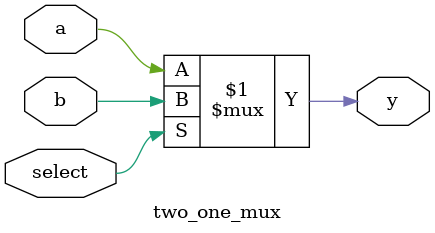
<source format=v>
module two_one_mux (input a, b, select, output y);

	assign y = select ? b : a;

endmodule	
</source>
